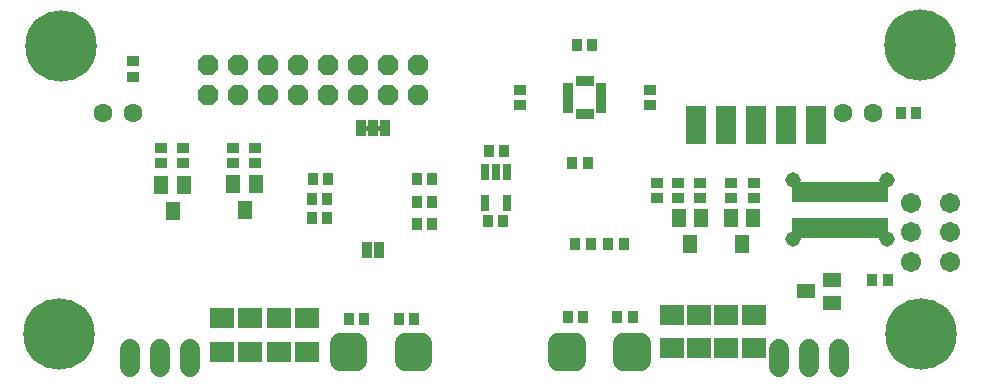
<source format=gbr>
G04 EAGLE Gerber RS-274X export*
G75*
%MOMM*%
%FSLAX34Y34*%
%LPD*%
%INSoldermask Bottom*%
%IPPOS*%
%AMOC8*
5,1,8,0,0,1.08239X$1,22.5*%
G01*
%ADD10R,1.103200X0.903200*%
%ADD11C,1.603200*%
%ADD12R,0.903200X1.103200*%
%ADD13C,1.697694*%
%ADD14R,1.603200X1.203200*%
%ADD15R,8.203200X1.703200*%
%ADD16C,1.311200*%
%ADD17R,0.903200X0.503200*%
%ADD18R,0.503200X0.903200*%
%ADD19R,1.203200X1.603200*%
%ADD20C,6.045200*%
%ADD21C,1.711200*%
%ADD22C,1.727200*%
%ADD23C,1.411200*%
%ADD24R,1.727200X3.251200*%
%ADD25P,1.869504X8X22.500000*%
%ADD26R,0.753200X1.403200*%
%ADD27R,0.838200X1.473200*%
%ADD28R,2.006200X1.803200*%

G36*
X297890Y207107D02*
X297890Y207107D01*
X297956Y207109D01*
X297999Y207127D01*
X298046Y207135D01*
X298103Y207169D01*
X298163Y207194D01*
X298198Y207225D01*
X298239Y207250D01*
X298281Y207301D01*
X298329Y207345D01*
X298351Y207387D01*
X298380Y207424D01*
X298401Y207486D01*
X298432Y207545D01*
X298440Y207599D01*
X298452Y207636D01*
X298451Y207676D01*
X298459Y207730D01*
X298459Y210270D01*
X298448Y210335D01*
X298446Y210401D01*
X298428Y210444D01*
X298420Y210491D01*
X298386Y210548D01*
X298361Y210608D01*
X298330Y210643D01*
X298305Y210684D01*
X298254Y210726D01*
X298210Y210774D01*
X298168Y210796D01*
X298131Y210825D01*
X298069Y210846D01*
X298010Y210877D01*
X297956Y210885D01*
X297919Y210897D01*
X297879Y210896D01*
X297825Y210904D01*
X294015Y210904D01*
X293950Y210893D01*
X293884Y210891D01*
X293841Y210873D01*
X293794Y210865D01*
X293737Y210831D01*
X293677Y210806D01*
X293642Y210775D01*
X293601Y210750D01*
X293560Y210699D01*
X293511Y210655D01*
X293489Y210613D01*
X293460Y210576D01*
X293439Y210514D01*
X293408Y210455D01*
X293400Y210401D01*
X293388Y210364D01*
X293388Y210361D01*
X293389Y210324D01*
X293381Y210270D01*
X293381Y207730D01*
X293392Y207665D01*
X293394Y207599D01*
X293412Y207556D01*
X293420Y207509D01*
X293454Y207452D01*
X293479Y207392D01*
X293510Y207357D01*
X293535Y207316D01*
X293586Y207275D01*
X293630Y207226D01*
X293672Y207204D01*
X293709Y207175D01*
X293771Y207154D01*
X293830Y207123D01*
X293884Y207115D01*
X293921Y207103D01*
X293961Y207104D01*
X294015Y207096D01*
X297825Y207096D01*
X297890Y207107D01*
G37*
G36*
X308050Y207107D02*
X308050Y207107D01*
X308116Y207109D01*
X308159Y207127D01*
X308206Y207135D01*
X308263Y207169D01*
X308323Y207194D01*
X308358Y207225D01*
X308399Y207250D01*
X308441Y207301D01*
X308489Y207345D01*
X308511Y207387D01*
X308540Y207424D01*
X308561Y207486D01*
X308592Y207545D01*
X308600Y207599D01*
X308612Y207636D01*
X308611Y207676D01*
X308619Y207730D01*
X308619Y210270D01*
X308608Y210335D01*
X308606Y210401D01*
X308588Y210444D01*
X308580Y210491D01*
X308546Y210548D01*
X308521Y210608D01*
X308490Y210643D01*
X308465Y210684D01*
X308414Y210726D01*
X308370Y210774D01*
X308328Y210796D01*
X308291Y210825D01*
X308229Y210846D01*
X308170Y210877D01*
X308116Y210885D01*
X308079Y210897D01*
X308039Y210896D01*
X307985Y210904D01*
X304175Y210904D01*
X304110Y210893D01*
X304044Y210891D01*
X304001Y210873D01*
X303954Y210865D01*
X303897Y210831D01*
X303837Y210806D01*
X303802Y210775D01*
X303761Y210750D01*
X303720Y210699D01*
X303671Y210655D01*
X303649Y210613D01*
X303620Y210576D01*
X303599Y210514D01*
X303568Y210455D01*
X303560Y210401D01*
X303548Y210364D01*
X303548Y210361D01*
X303549Y210324D01*
X303541Y210270D01*
X303541Y207730D01*
X303552Y207665D01*
X303554Y207599D01*
X303572Y207556D01*
X303580Y207509D01*
X303614Y207452D01*
X303639Y207392D01*
X303670Y207357D01*
X303695Y207316D01*
X303746Y207275D01*
X303790Y207226D01*
X303832Y207204D01*
X303869Y207175D01*
X303931Y207154D01*
X303990Y207123D01*
X304044Y207115D01*
X304081Y207103D01*
X304121Y207104D01*
X304175Y207096D01*
X307985Y207096D01*
X308050Y207107D01*
G37*
D10*
X97600Y265700D03*
X97600Y252700D03*
D11*
X72200Y222100D03*
X97600Y222100D03*
D12*
X760600Y221700D03*
X747600Y221700D03*
D11*
X698700Y222100D03*
X724100Y222100D03*
D13*
X342528Y27528D02*
X342528Y12472D01*
X327472Y12472D01*
X327472Y27528D01*
X342528Y27528D01*
X287528Y27528D02*
X287528Y12472D01*
X272472Y12472D01*
X272472Y27528D01*
X287528Y27528D01*
X527528Y27528D02*
X527528Y12472D01*
X512472Y12472D01*
X512472Y27528D01*
X527528Y27528D01*
X472528Y27528D02*
X472528Y12472D01*
X457472Y12472D01*
X457472Y27528D01*
X472528Y27528D01*
D12*
X322500Y48000D03*
X335500Y48000D03*
X507500Y49000D03*
X520500Y49000D03*
X293500Y48000D03*
X280500Y48000D03*
X478500Y49000D03*
X465500Y49000D03*
D14*
X667000Y71000D03*
X689000Y61500D03*
X689000Y80500D03*
D12*
X723500Y81000D03*
X736500Y81000D03*
D15*
X696000Y155000D03*
X696000Y125000D03*
D16*
X656000Y115000D03*
X736000Y115000D03*
X736000Y165000D03*
X656000Y165000D03*
D17*
X494000Y245000D03*
X494000Y240000D03*
X494000Y235000D03*
X494000Y230000D03*
X494000Y225000D03*
X466000Y245000D03*
X466000Y240000D03*
X466000Y235000D03*
X466000Y230000D03*
X466000Y225000D03*
D18*
X480000Y221000D03*
X485000Y221000D03*
X475000Y221000D03*
X480000Y249000D03*
X485000Y249000D03*
X475000Y249000D03*
D10*
X425000Y241500D03*
X425000Y228500D03*
D12*
X469500Y180000D03*
X482500Y180000D03*
D10*
X535000Y228500D03*
X535000Y241500D03*
D12*
X486500Y280000D03*
X473500Y280000D03*
D19*
X131000Y139000D03*
X140500Y161000D03*
X121500Y161000D03*
D10*
X140000Y192500D03*
X140000Y179500D03*
X121000Y192500D03*
X121000Y179500D03*
D19*
X192000Y140000D03*
X201500Y162000D03*
X182500Y162000D03*
D10*
X201000Y192500D03*
X201000Y179500D03*
X182000Y192500D03*
X182000Y179500D03*
D20*
X37000Y279000D03*
X764000Y280000D03*
X765000Y35000D03*
X35000Y35000D03*
D21*
X756500Y146000D03*
X756490Y121000D03*
X756500Y96000D03*
X789500Y146000D03*
X789510Y121000D03*
X789500Y96000D03*
D22*
X94600Y22620D02*
X94600Y7380D01*
X120000Y7380D02*
X120000Y22620D01*
X145400Y22620D02*
X145400Y7380D01*
X695400Y7380D02*
X695400Y22620D01*
X670000Y22620D02*
X670000Y7380D01*
X644600Y7380D02*
X644600Y22620D01*
D23*
X675800Y218200D03*
X650400Y218200D03*
X625000Y218200D03*
X599600Y218200D03*
X574200Y218200D03*
D24*
X675800Y211850D03*
X650400Y211850D03*
X625000Y211850D03*
X599600Y211850D03*
X574200Y211850D03*
D25*
X161100Y262700D03*
X186500Y262700D03*
X211900Y262700D03*
X237300Y262700D03*
X262700Y262700D03*
X288100Y262700D03*
X161100Y237300D03*
X186500Y237300D03*
X211900Y237300D03*
X237300Y237300D03*
X262700Y237300D03*
X288100Y237300D03*
X313500Y262700D03*
X338900Y262700D03*
X313500Y237300D03*
X338900Y237300D03*
D26*
X395500Y172001D03*
X405000Y172001D03*
X414500Y172001D03*
X414500Y145999D03*
X395500Y145999D03*
D19*
X569000Y111000D03*
X578500Y133000D03*
X559500Y133000D03*
D10*
X578000Y150000D03*
X578000Y163000D03*
X559000Y150000D03*
X559000Y163000D03*
D19*
X613000Y111000D03*
X622500Y133000D03*
X603500Y133000D03*
D10*
X623000Y150000D03*
X623000Y163000D03*
X604000Y150000D03*
X604000Y163000D03*
D12*
X412000Y190000D03*
X399000Y190000D03*
X398000Y131000D03*
X411000Y131000D03*
X472000Y111000D03*
X485000Y111000D03*
X513000Y111000D03*
X500000Y111000D03*
D10*
X541000Y150000D03*
X541000Y163000D03*
D12*
X263000Y166000D03*
X250000Y166000D03*
X338000Y166000D03*
X351000Y166000D03*
D27*
X290840Y209000D03*
X301000Y209000D03*
X311160Y209000D03*
X295920Y106000D03*
X306080Y106000D03*
D12*
X338000Y147000D03*
X351000Y147000D03*
X338000Y128000D03*
X351000Y128000D03*
X262000Y149000D03*
X249000Y149000D03*
X262000Y133000D03*
X249000Y133000D03*
D28*
X173000Y19780D03*
X173000Y48220D03*
X197000Y19780D03*
X197000Y48220D03*
X221000Y19780D03*
X221000Y48220D03*
X245000Y19780D03*
X245000Y48220D03*
X554000Y22780D03*
X554000Y51220D03*
X577000Y22780D03*
X577000Y51220D03*
X600000Y22780D03*
X600000Y51220D03*
X623000Y22780D03*
X623000Y51220D03*
M02*

</source>
